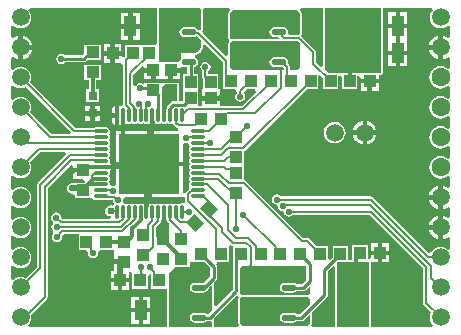
<source format=gtl>
G04*
G04 #@! TF.GenerationSoftware,Altium Limited,Altium Designer,18.0.11 (651)*
G04*
G04 Layer_Physical_Order=1*
G04 Layer_Color=255*
%FSLAX25Y25*%
%MOIN*%
G70*
G01*
G75*
%ADD17R,0.04331X0.03937*%
%ADD18R,0.03937X0.04331*%
%ADD19R,0.04331X0.07087*%
G04:AMPARAMS|DCode=20|XSize=39.37mil|YSize=43.31mil|CornerRadius=0mil|HoleSize=0mil|Usage=FLASHONLY|Rotation=45.000|XOffset=0mil|YOffset=0mil|HoleType=Round|Shape=Rectangle|*
%AMROTATEDRECTD20*
4,1,4,0.00139,-0.02923,-0.02923,0.00139,-0.00139,0.02923,0.02923,-0.00139,0.00139,-0.02923,0.0*
%
%ADD20ROTATEDRECTD20*%

%ADD21R,0.03150X0.03150*%
%ADD22O,0.01378X0.04724*%
%ADD23O,0.04724X0.01378*%
%ADD24R,0.20079X0.20079*%
%ADD25O,0.04921X0.02165*%
%ADD38C,0.00800*%
%ADD39C,0.01200*%
%ADD40C,0.01000*%
%ADD41C,0.02000*%
%ADD42C,0.06299*%
%ADD43C,0.05906*%
%ADD44C,0.02200*%
%ADD45C,0.02410*%
%ADD46C,0.01968*%
%ADD47C,0.02400*%
%ADD48C,0.02800*%
G36*
X-94455Y-8568D02*
X-94778Y-9235D01*
X-99285D01*
X-99915Y-9235D01*
Y-9235D01*
X-100085D01*
Y-9235D01*
X-105222D01*
Y-12847D01*
X-105578Y-13142D01*
X-106378Y-12766D01*
Y-12750D01*
X-108597D01*
Y-15165D01*
X-106620D01*
X-106378Y-15165D01*
X-105820Y-15734D01*
Y-29184D01*
X-105900Y-29250D01*
X-106559Y-29381D01*
X-106884Y-29598D01*
X-107118Y-29441D01*
Y-32645D01*
Y-35848D01*
X-106884Y-35692D01*
X-106650Y-35848D01*
Y-32645D01*
X-105246D01*
Y-34318D01*
X-105150Y-34800D01*
Y-35848D01*
X-104682Y-35536D01*
X-104487Y-35497D01*
X-104434Y-35532D01*
X-103931Y-35632D01*
X-103428Y-35532D01*
X-103002Y-35247D01*
X-102892D01*
X-102466Y-35532D01*
X-101963Y-35632D01*
X-101460Y-35532D01*
X-101034Y-35247D01*
X-100924D01*
X-100497Y-35532D01*
X-99994Y-35632D01*
X-99492Y-35532D01*
X-99065Y-35247D01*
X-98955D01*
X-98529Y-35532D01*
X-98026Y-35632D01*
X-97523Y-35532D01*
X-97470Y-35497D01*
X-97275Y-35536D01*
X-96807Y-35848D01*
Y-34800D01*
X-96711Y-34318D01*
Y-32645D01*
X-95403D01*
Y-34318D01*
X-95307Y-34800D01*
Y-35848D01*
X-94840Y-35536D01*
X-94645Y-35497D01*
X-94592Y-35532D01*
X-94089Y-35632D01*
X-93586Y-35532D01*
X-93160Y-35247D01*
X-93050D01*
X-92623Y-35532D01*
X-92120Y-35632D01*
X-91617Y-35532D01*
X-91191Y-35247D01*
X-91081D01*
X-90655Y-35532D01*
X-90152Y-35632D01*
X-89649Y-35532D01*
X-88904Y-35742D01*
X-87918Y-36728D01*
X-87587Y-36949D01*
X-87675Y-37747D01*
X-96292D01*
Y-48037D01*
X-86002D01*
Y-42301D01*
X-85202Y-41774D01*
X-84905Y-41833D01*
X-84663Y-41785D01*
X-84134Y-41861D01*
X-83794Y-42364D01*
X-83787Y-42400D01*
X-83502Y-42826D01*
Y-42936D01*
X-83787Y-43362D01*
X-83887Y-43865D01*
X-83787Y-44368D01*
X-83502Y-44795D01*
Y-44905D01*
X-83787Y-45331D01*
X-83887Y-45834D01*
X-83787Y-46337D01*
X-83502Y-46763D01*
Y-46873D01*
X-83787Y-47299D01*
X-83887Y-47802D01*
X-83787Y-48305D01*
X-83532Y-48787D01*
X-83787Y-49268D01*
X-83887Y-49771D01*
X-83787Y-50274D01*
X-83532Y-50755D01*
X-83787Y-51236D01*
X-83887Y-51739D01*
X-83787Y-52242D01*
X-83502Y-52669D01*
Y-52779D01*
X-83787Y-53205D01*
X-83887Y-53708D01*
X-83787Y-54211D01*
X-83502Y-54637D01*
Y-54747D01*
X-83787Y-55173D01*
X-83887Y-55676D01*
X-83787Y-56179D01*
X-83786Y-56181D01*
X-83823Y-56996D01*
X-83993Y-57202D01*
X-84983Y-58193D01*
X-85204Y-58523D01*
X-86002Y-58436D01*
Y-49537D01*
X-96292D01*
Y-59826D01*
X-86002D01*
Y-59826D01*
X-85282Y-60018D01*
Y-61174D01*
X-85237Y-61396D01*
X-85496Y-61748D01*
X-85538Y-61788D01*
X-85868Y-62010D01*
X-86215Y-61941D01*
X-86718Y-62041D01*
X-87144Y-62326D01*
X-87254D01*
X-87680Y-62041D01*
X-88183Y-61941D01*
X-88686Y-62041D01*
X-89113Y-62326D01*
X-89223D01*
X-89649Y-62041D01*
X-90152Y-61941D01*
X-90655Y-62041D01*
X-91081Y-62326D01*
X-91191D01*
X-91617Y-62041D01*
X-92120Y-61941D01*
X-92623Y-62041D01*
X-93050Y-62326D01*
X-93160D01*
X-93586Y-62041D01*
X-94089Y-61941D01*
X-94592Y-62041D01*
X-95018Y-62326D01*
X-95128D01*
X-95555Y-62041D01*
X-96057Y-61941D01*
X-96560Y-62041D01*
X-96613Y-62076D01*
X-96808Y-62037D01*
X-97276Y-61725D01*
Y-62773D01*
X-97372Y-63255D01*
Y-64928D01*
X-98680D01*
Y-63255D01*
X-98776Y-62773D01*
Y-61725D01*
X-99244Y-62037D01*
X-99439Y-62076D01*
X-99492Y-62041D01*
X-99994Y-61941D01*
X-100497Y-62041D01*
X-100924Y-62326D01*
X-101034D01*
X-101460Y-62041D01*
X-101963Y-61941D01*
X-102466Y-62041D01*
X-102892Y-62326D01*
X-103002D01*
X-103428Y-62041D01*
X-103931Y-61941D01*
X-104434Y-62041D01*
X-104861Y-62326D01*
X-104971D01*
X-105397Y-62041D01*
X-105874Y-61396D01*
X-105865Y-61194D01*
X-105767Y-60700D01*
X-105781Y-60626D01*
X-105150Y-59826D01*
X-97792D01*
Y-49537D01*
X-108081D01*
Y-55681D01*
X-108881Y-56150D01*
X-109300Y-56067D01*
X-109464Y-56099D01*
X-110154Y-55701D01*
X-110231Y-55498D01*
X-110296Y-55173D01*
X-110552Y-54692D01*
X-110296Y-54211D01*
X-110196Y-53708D01*
X-110296Y-53205D01*
X-110581Y-52779D01*
Y-52669D01*
X-110296Y-52242D01*
X-110196Y-51739D01*
X-110296Y-51236D01*
X-110331Y-51184D01*
X-110292Y-50989D01*
X-109980Y-50521D01*
X-111028D01*
X-111510Y-50425D01*
X-113183D01*
Y-49117D01*
X-111510D01*
X-111028Y-49021D01*
X-109980D01*
X-110292Y-48553D01*
X-110331Y-48358D01*
X-110296Y-48305D01*
X-110196Y-47802D01*
X-110296Y-47299D01*
X-110581Y-46873D01*
Y-46763D01*
X-110296Y-46337D01*
X-110196Y-45834D01*
X-110296Y-45331D01*
X-110552Y-44850D01*
X-110296Y-44368D01*
X-110196Y-43865D01*
X-110296Y-43362D01*
X-110581Y-42936D01*
Y-42826D01*
X-110296Y-42400D01*
X-110196Y-41897D01*
X-110296Y-41394D01*
X-110552Y-40913D01*
X-110296Y-40431D01*
X-110196Y-39928D01*
X-110296Y-39425D01*
X-110581Y-38999D01*
Y-38889D01*
X-110296Y-38463D01*
X-110196Y-37960D01*
X-110296Y-37457D01*
X-110581Y-37031D01*
X-111007Y-36746D01*
X-111510Y-36646D01*
X-114857D01*
X-115359Y-36746D01*
X-115651Y-36940D01*
X-121618D01*
X-136858Y-21700D01*
X-136539Y-20927D01*
X-136417Y-20000D01*
X-136539Y-19073D01*
X-136897Y-18208D01*
X-137466Y-17466D01*
X-138208Y-16897D01*
X-139073Y-16539D01*
X-140000Y-16417D01*
X-140927Y-16539D01*
X-141792Y-16897D01*
X-142391Y-17356D01*
X-142903Y-17208D01*
X-143191Y-17008D01*
Y-13543D01*
X-142391Y-13148D01*
X-141993Y-13453D01*
X-141032Y-13851D01*
X-140750Y-13888D01*
Y-10000D01*
Y-6112D01*
X-141032Y-6149D01*
X-141993Y-6547D01*
X-142391Y-6852D01*
X-143191Y-6458D01*
Y-2992D01*
X-142903Y-2792D01*
X-142391Y-2644D01*
X-141792Y-3103D01*
X-140927Y-3461D01*
X-140000Y-3583D01*
X-139073Y-3461D01*
X-138208Y-3103D01*
X-137466Y-2534D01*
X-136897Y-1792D01*
X-136539Y-927D01*
X-136417Y0D01*
X-136539Y927D01*
X-136897Y1792D01*
X-137356Y2390D01*
X-137208Y2904D01*
X-137008Y3190D01*
X-94455D01*
Y-8568D01*
D02*
G37*
G36*
X-79828Y2837D02*
X-79828Y-3995D01*
X-80328Y-4245D01*
X-80457Y-4158D01*
X-80847Y-4080D01*
X-81084D01*
X-81347Y-3687D01*
X-81903Y-3315D01*
X-82560Y-3184D01*
X-85316D01*
X-85972Y-3315D01*
X-86529Y-3687D01*
X-86901Y-4243D01*
X-87031Y-4900D01*
X-86901Y-5557D01*
X-86529Y-6113D01*
X-85972Y-6485D01*
X-85316Y-6616D01*
X-82560D01*
X-81903Y-6485D01*
X-81356Y-6120D01*
X-81270D01*
X-79828Y-7562D01*
X-79828Y-9222D01*
X-79828Y-9222D01*
X-79828Y-9486D01*
X-79931Y-10003D01*
X-80133Y-10491D01*
X-80426Y-10929D01*
X-80799Y-11302D01*
X-81237Y-11595D01*
X-81724Y-11797D01*
X-82242Y-11900D01*
X-86506D01*
Y-13671D01*
X-86529Y-13687D01*
X-86901Y-14243D01*
X-87031Y-14900D01*
X-93805D01*
Y3190D01*
X-80181D01*
X-79828Y2837D01*
D02*
G37*
G36*
X-47905Y2400D02*
X-46905Y1400D01*
Y-5349D01*
X-47300Y-5780D01*
X-50569D01*
X-50920Y-5280D01*
X-50844Y-4900D01*
X-50975Y-4243D01*
X-51347Y-3687D01*
X-51903Y-3315D01*
X-52560Y-3184D01*
X-55316D01*
X-55972Y-3315D01*
X-56529Y-3687D01*
X-56901Y-4243D01*
X-57031Y-4900D01*
X-56901Y-5557D01*
X-56529Y-6113D01*
X-55972Y-6485D01*
X-55316Y-6616D01*
X-54032D01*
X-53976Y-6700D01*
X-54243Y-7200D01*
X-69705Y-7200D01*
X-70205Y-6700D01*
X-70205Y1519D01*
X-69324Y2400D01*
X-47905Y2400D01*
D02*
G37*
G36*
X-2792Y2904D02*
X-2644Y2390D01*
X-3103Y1792D01*
X-3461Y927D01*
X-3583Y0D01*
X-3461Y-927D01*
X-3103Y-1792D01*
X-2534Y-2534D01*
X-1792Y-3103D01*
X-927Y-3461D01*
X0Y-3583D01*
X927Y-3461D01*
X1792Y-3103D01*
X2390Y-2644D01*
X2904Y-2792D01*
X3190Y-2992D01*
Y-6457D01*
X2390Y-6852D01*
X1993Y-6547D01*
X1032Y-6149D01*
X750Y-6112D01*
Y-10000D01*
Y-13888D01*
X1032Y-13851D01*
X1993Y-13453D01*
X2390Y-13148D01*
X3190Y-13543D01*
Y-16742D01*
X2390Y-17108D01*
X1891Y-16725D01*
X979Y-16347D01*
X0Y-16218D01*
X-979Y-16347D01*
X-1891Y-16725D01*
X-2674Y-17326D01*
X-3275Y-18109D01*
X-3653Y-19021D01*
X-3782Y-20000D01*
X-3653Y-20979D01*
X-3275Y-21891D01*
X-2674Y-22674D01*
X-1891Y-23275D01*
X-979Y-23653D01*
X0Y-23782D01*
X979Y-23653D01*
X1891Y-23275D01*
X2390Y-22892D01*
X3190Y-23258D01*
X3190Y-26742D01*
X2390Y-27108D01*
X1891Y-26725D01*
X979Y-26347D01*
X0Y-26218D01*
X-979Y-26347D01*
X-1891Y-26725D01*
X-2674Y-27326D01*
X-3275Y-28109D01*
X-3653Y-29021D01*
X-3782Y-30000D01*
X-3653Y-30979D01*
X-3275Y-31891D01*
X-2674Y-32674D01*
X-1891Y-33275D01*
X-979Y-33653D01*
X0Y-33782D01*
X979Y-33653D01*
X1891Y-33275D01*
X2390Y-32892D01*
X3190Y-33258D01*
Y-36742D01*
X2390Y-37108D01*
X1891Y-36725D01*
X979Y-36347D01*
X0Y-36218D01*
X-979Y-36347D01*
X-1891Y-36725D01*
X-2674Y-37326D01*
X-3275Y-38109D01*
X-3653Y-39021D01*
X-3782Y-40000D01*
X-3653Y-40979D01*
X-3275Y-41891D01*
X-2674Y-42674D01*
X-1891Y-43275D01*
X-979Y-43653D01*
X0Y-43782D01*
X979Y-43653D01*
X1891Y-43275D01*
X2390Y-42892D01*
X3190Y-43258D01*
Y-46742D01*
X2390Y-47108D01*
X1891Y-46725D01*
X979Y-46347D01*
X0Y-46218D01*
X-979Y-46347D01*
X-1891Y-46725D01*
X-2674Y-47326D01*
X-3275Y-48109D01*
X-3653Y-49021D01*
X-3782Y-50000D01*
X-3653Y-50979D01*
X-3275Y-51891D01*
X-2674Y-52674D01*
X-1891Y-53275D01*
X-979Y-53653D01*
X0Y-53782D01*
X979Y-53653D01*
X1891Y-53275D01*
X2390Y-52892D01*
X3190Y-53258D01*
Y-56457D01*
X2390Y-56852D01*
X1993Y-56547D01*
X1032Y-56149D01*
X750Y-56112D01*
Y-60000D01*
Y-63888D01*
X1032Y-63851D01*
X1993Y-63453D01*
X2390Y-63148D01*
X3190Y-63543D01*
Y-66457D01*
X2390Y-66852D01*
X1993Y-66547D01*
X1032Y-66149D01*
X750Y-66112D01*
Y-70000D01*
Y-73888D01*
X1032Y-73851D01*
X1993Y-73453D01*
X2390Y-73148D01*
X3190Y-73543D01*
X3190Y-77008D01*
X2904Y-77208D01*
X2390Y-77356D01*
X1792Y-76897D01*
X927Y-76539D01*
X0Y-76417D01*
X-927Y-76539D01*
X-1792Y-76897D01*
X-2534Y-77466D01*
X-3103Y-78208D01*
X-3149Y-78318D01*
X-4092Y-78506D01*
X-22619Y-59979D01*
X-22950Y-59758D01*
X-23340Y-59680D01*
X-53137D01*
X-53274Y-59474D01*
X-53837Y-59099D01*
X-54500Y-58967D01*
X-55163Y-59099D01*
X-55726Y-59474D01*
X-56101Y-60037D01*
X-56233Y-60700D01*
X-56101Y-61363D01*
X-55726Y-61926D01*
X-55163Y-62301D01*
X-55054Y-62323D01*
X-54333Y-62800D01*
X-54201Y-63463D01*
X-53826Y-64026D01*
X-53263Y-64401D01*
X-52600Y-64533D01*
X-52123Y-65254D01*
X-52101Y-65363D01*
X-51726Y-65926D01*
X-51163Y-66301D01*
X-50500Y-66433D01*
X-49837Y-66301D01*
X-49274Y-65926D01*
X-49137Y-65720D01*
X-23722D01*
X-5788Y-83654D01*
Y-95232D01*
X-5710Y-95622D01*
X-5489Y-95953D01*
X-3142Y-98300D01*
X-3461Y-99073D01*
X-3583Y-100000D01*
X-3461Y-100927D01*
X-3103Y-101792D01*
X-2644Y-102390D01*
X-2792Y-102904D01*
X-2992Y-103190D01*
X-23251D01*
Y-82431D01*
X-23168Y-81665D01*
X-22730Y-81665D01*
X-20950D01*
Y-79250D01*
X-23168D01*
Y-79847D01*
X-23940Y-80357D01*
X-24324Y-80168D01*
Y-75735D01*
X-29461D01*
Y-79750D01*
X-29485Y-79869D01*
Y-80851D01*
X-30882D01*
Y-76035D01*
X-36018D01*
Y-79979D01*
X-36835Y-80796D01*
X-37574Y-80490D01*
Y-76035D01*
X-41429D01*
X-43785Y-73679D01*
X-44115Y-73458D01*
X-44506Y-73380D01*
X-45878D01*
X-64779Y-54479D01*
X-65110Y-54258D01*
X-65500Y-54180D01*
X-65535D01*
Y-50015D01*
X-65535Y-49385D01*
X-65535D01*
Y-49215D01*
X-65535D01*
Y-44640D01*
X-65434Y-44620D01*
X-65104Y-44399D01*
X-44670Y-23965D01*
X-40778D01*
Y-19563D01*
X-40039Y-19257D01*
X-39222Y-20073D01*
Y-23965D01*
X-34085D01*
Y-19622D01*
X-33608Y-19457D01*
X-32915Y-20005D01*
Y-23965D01*
X-27778D01*
Y-19656D01*
X-27329Y-19489D01*
X-26622Y-20037D01*
Y-20450D01*
X-20685D01*
Y-19149D01*
X-19768Y-19149D01*
X-19309Y-18959D01*
X-19119Y-18500D01*
Y3190D01*
X-2992D01*
X-2792Y2904D01*
D02*
G37*
G36*
X-52038Y-7820D02*
X-47722D01*
X-46905Y-8636D01*
Y-16600D01*
X-47905Y-17600D01*
X-50280Y-17600D01*
Y-16403D01*
X-50358Y-16013D01*
X-50579Y-15682D01*
X-50930Y-15331D01*
X-50844Y-14900D01*
X-50975Y-14243D01*
X-51347Y-13687D01*
X-51903Y-13315D01*
X-52560Y-13184D01*
X-55316D01*
X-55972Y-13315D01*
X-56529Y-13687D01*
X-56901Y-14243D01*
X-57031Y-14900D01*
X-56901Y-15556D01*
X-56529Y-16113D01*
X-55972Y-16485D01*
X-55316Y-16616D01*
X-52560D01*
X-52320Y-17023D01*
Y-17600D01*
X-69305Y-17600D01*
X-70205Y-16700D01*
X-70205Y-8482D01*
X-69573Y-7849D01*
X-54243Y-7849D01*
X-54152Y-7812D01*
X-54054Y-7822D01*
X-54028Y-7800D01*
X-52136D01*
X-52038Y-7820D01*
D02*
G37*
G36*
X-70252Y2390D02*
X-70665Y1978D01*
X-70855Y1519D01*
X-70855Y-6700D01*
X-70855Y-6700D01*
X-70855Y-6700D01*
X-70764Y-6920D01*
X-70665Y-7159D01*
X-70633Y-7347D01*
X-70633Y-7991D01*
X-70665Y-8022D01*
X-70855Y-8482D01*
X-70855Y-12605D01*
X-71594Y-12912D01*
X-79272Y-5234D01*
X-79369Y-4454D01*
X-79311Y-4314D01*
X-79212Y-4200D01*
X-79219Y-4093D01*
X-79178Y-3995D01*
X-79178Y2837D01*
X-78525Y3190D01*
X-70583D01*
X-70252Y2390D01*
D02*
G37*
G36*
X-39050Y2103D02*
X-39024Y2042D01*
X-39037Y1976D01*
X-39022Y1900D01*
X-39037Y1824D01*
X-39024Y1758D01*
X-39050Y1697D01*
X-39050Y-16231D01*
X-39850Y-16562D01*
X-41480Y-14931D01*
Y-11600D01*
X-41558Y-11210D01*
X-41779Y-10879D01*
X-46579Y-6079D01*
X-46592Y-5969D01*
X-46426Y-5787D01*
X-46346Y-5566D01*
X-46256Y-5349D01*
Y1400D01*
X-46446Y1859D01*
X-46977Y2390D01*
X-46646Y3190D01*
X-39050D01*
Y2103D01*
D02*
G37*
G36*
X-19768Y-18500D02*
X-21020Y-18500D01*
X-21085Y-18435D01*
Y-18435D01*
X-26222D01*
Y-18500D01*
X-34020Y-18500D01*
X-34085Y-18435D01*
Y-18435D01*
X-37066D01*
X-38400Y-17100D01*
X-38400Y1697D01*
X-38360Y1900D01*
X-38400Y2103D01*
Y3190D01*
X-19768D01*
Y-18500D01*
D02*
G37*
G36*
X-98865Y-16615D02*
Y-16904D01*
X-95700D01*
Y-17654D01*
X-94950D01*
Y-20622D01*
X-90750D01*
Y-17653D01*
X-90000D01*
Y-16903D01*
X-86835D01*
Y-16871D01*
X-86035Y-16443D01*
X-85972Y-16485D01*
X-85316Y-16616D01*
X-84468D01*
Y-18735D01*
X-85915D01*
Y-24235D01*
X-85915D01*
Y-27901D01*
X-87250D01*
X-87251Y-27900D01*
Y-26915D01*
X-87235D01*
Y-21778D01*
X-92135D01*
X-92765Y-21778D01*
Y-21778D01*
X-92935D01*
Y-21778D01*
X-98465D01*
X-98465Y-21778D01*
X-99265Y-22113D01*
X-99437Y-21999D01*
X-100100Y-21867D01*
X-100763Y-21999D01*
X-101326Y-22374D01*
X-101580Y-22756D01*
X-102380Y-22562D01*
Y-19084D01*
X-99604Y-16309D01*
X-98865Y-16615D01*
D02*
G37*
G36*
X-87900Y-23000D02*
Y-27900D01*
X-87901Y-27901D01*
X-89023D01*
X-89023Y-27901D01*
X-89452Y-27986D01*
X-89816Y-28230D01*
X-89816Y-28230D01*
X-90925Y-29339D01*
X-91168Y-29703D01*
X-91254Y-30132D01*
X-91254Y-30132D01*
Y-30301D01*
X-91366Y-30469D01*
X-91466Y-30972D01*
Y-31991D01*
X-92120Y-32645D01*
X-92655D01*
X-92775Y-32525D01*
Y-30972D01*
X-92875Y-30469D01*
X-92967Y-30330D01*
Y-26915D01*
X-92935D01*
Y-23335D01*
X-92100Y-22500D01*
X-88400D01*
X-87900Y-23000D01*
D02*
G37*
G36*
X-72525Y-14864D02*
Y-18435D01*
X-72582D01*
Y-23965D01*
X-68404D01*
X-68067Y-24339D01*
X-67994Y-25174D01*
X-68370Y-25737D01*
X-68502Y-26400D01*
X-68370Y-27063D01*
X-67994Y-27626D01*
X-67432Y-28001D01*
X-66768Y-28133D01*
X-66105Y-28001D01*
X-65543Y-27626D01*
X-65167Y-27063D01*
X-65035Y-26400D01*
X-65167Y-25737D01*
X-65543Y-25174D01*
X-65570Y-24892D01*
X-64644Y-23965D01*
X-61822D01*
X-61490Y-24765D01*
X-66305Y-29580D01*
X-73685D01*
Y-27750D01*
X-76653D01*
X-79622D01*
Y-29580D01*
X-80778D01*
Y-24265D01*
X-80778D01*
Y-18735D01*
X-82225D01*
Y-16549D01*
X-81903Y-16485D01*
X-81347Y-16113D01*
X-80975Y-15556D01*
X-80844Y-14900D01*
X-80975Y-14243D01*
X-81347Y-13687D01*
X-81903Y-13315D01*
X-81914Y-13313D01*
Y-12497D01*
X-81598Y-12434D01*
X-81542Y-12397D01*
X-81476D01*
X-80989Y-12195D01*
X-80941Y-12148D01*
X-80876Y-12135D01*
X-80438Y-11842D01*
X-80401Y-11787D01*
X-80339Y-11761D01*
X-79966Y-11389D01*
X-79941Y-11327D01*
X-79886Y-11290D01*
X-79593Y-10852D01*
X-79580Y-10786D01*
X-79532Y-10739D01*
X-79331Y-10252D01*
Y-10185D01*
X-79294Y-10130D01*
X-79191Y-9613D01*
X-79204Y-9548D01*
X-79178Y-9486D01*
X-79178Y-9342D01*
X-78855Y-9103D01*
X-78439Y-8950D01*
X-72525Y-14864D01*
D02*
G37*
G36*
X-141792Y-23103D02*
X-140927Y-23461D01*
X-140000Y-23583D01*
X-139073Y-23461D01*
X-138300Y-23142D01*
X-123333Y-38109D01*
X-123665Y-38909D01*
X-129649D01*
X-136858Y-31700D01*
X-136539Y-30927D01*
X-136417Y-30000D01*
X-136539Y-29073D01*
X-136897Y-28208D01*
X-137466Y-27466D01*
X-138208Y-26897D01*
X-139073Y-26539D01*
X-140000Y-26417D01*
X-140927Y-26539D01*
X-141792Y-26897D01*
X-142391Y-27356D01*
X-142903Y-27208D01*
X-143191Y-27008D01*
Y-22992D01*
X-142903Y-22792D01*
X-142391Y-22644D01*
X-141792Y-23103D01*
D02*
G37*
G36*
X-124707Y-45685D02*
X-134281Y-55259D01*
X-134502Y-55590D01*
X-134580Y-55980D01*
Y-83138D01*
X-138300Y-86858D01*
X-139073Y-86539D01*
X-140000Y-86417D01*
X-140927Y-86539D01*
X-141792Y-86897D01*
X-142391Y-87356D01*
X-142903Y-87208D01*
X-143191Y-87008D01*
Y-82992D01*
X-142903Y-82792D01*
X-142391Y-82644D01*
X-141792Y-83103D01*
X-140927Y-83461D01*
X-140000Y-83583D01*
X-139073Y-83461D01*
X-138208Y-83103D01*
X-137466Y-82534D01*
X-136897Y-81792D01*
X-136539Y-80927D01*
X-136417Y-80000D01*
X-136539Y-79073D01*
X-136897Y-78208D01*
X-137466Y-77466D01*
X-138208Y-76897D01*
X-139073Y-76539D01*
X-140000Y-76417D01*
X-140927Y-76539D01*
X-141792Y-76897D01*
X-142391Y-77356D01*
X-142903Y-77208D01*
X-143191Y-77008D01*
Y-72992D01*
X-142903Y-72792D01*
X-142391Y-72644D01*
X-141792Y-73103D01*
X-140927Y-73461D01*
X-140000Y-73583D01*
X-139073Y-73461D01*
X-138208Y-73103D01*
X-137466Y-72534D01*
X-136897Y-71792D01*
X-136539Y-70927D01*
X-136417Y-70000D01*
X-136539Y-69073D01*
X-136897Y-68208D01*
X-137466Y-67466D01*
X-138208Y-66897D01*
X-139073Y-66539D01*
X-140000Y-66417D01*
X-140927Y-66539D01*
X-141792Y-66897D01*
X-142391Y-67356D01*
X-142903Y-67208D01*
X-143191Y-67008D01*
Y-62992D01*
X-142903Y-62792D01*
X-142391Y-62644D01*
X-141792Y-63103D01*
X-140927Y-63461D01*
X-140000Y-63583D01*
X-139073Y-63461D01*
X-138208Y-63103D01*
X-137466Y-62534D01*
X-136897Y-61792D01*
X-136539Y-60927D01*
X-136417Y-60000D01*
X-136539Y-59073D01*
X-136897Y-58208D01*
X-137466Y-57466D01*
X-138208Y-56897D01*
X-139073Y-56539D01*
X-140000Y-56417D01*
X-140927Y-56539D01*
X-141792Y-56897D01*
X-142391Y-57356D01*
X-142903Y-57208D01*
X-143191Y-57008D01*
Y-52992D01*
X-142903Y-52792D01*
X-142391Y-52644D01*
X-141792Y-53103D01*
X-140927Y-53461D01*
X-140000Y-53583D01*
X-139073Y-53461D01*
X-138208Y-53103D01*
X-137466Y-52534D01*
X-136897Y-51792D01*
X-136539Y-50927D01*
X-136417Y-50000D01*
X-136539Y-49073D01*
X-136858Y-48300D01*
X-133443Y-44885D01*
X-125038D01*
X-124707Y-45685D01*
D02*
G37*
G36*
X-122391Y-49364D02*
Y-50182D01*
X-119226D01*
Y-51682D01*
X-122391D01*
Y-53900D01*
X-119050D01*
X-118660Y-54700D01*
X-118937Y-55056D01*
X-121991D01*
Y-55056D01*
X-122791Y-55269D01*
X-122800Y-55267D01*
X-123463Y-55399D01*
X-124026Y-55774D01*
X-124401Y-56337D01*
X-124533Y-57000D01*
X-124401Y-57663D01*
X-124026Y-58226D01*
X-123463Y-58601D01*
X-122800Y-58733D01*
X-122791Y-58732D01*
X-121991Y-59322D01*
Y-60193D01*
X-116460Y-60193D01*
X-115798Y-60525D01*
X-115786Y-60543D01*
X-115359Y-60827D01*
X-114857Y-60927D01*
X-111510D01*
X-111470Y-60920D01*
X-109190D01*
X-109101Y-61363D01*
X-108726Y-61926D01*
X-108788Y-62077D01*
X-109296Y-62700D01*
X-110000Y-62560D01*
X-110704Y-62700D01*
X-111301Y-63099D01*
X-111700Y-63696D01*
X-111840Y-64400D01*
X-111700Y-65104D01*
X-111301Y-65701D01*
X-110704Y-66100D01*
X-110000Y-66240D01*
X-109942Y-66496D01*
X-110592Y-67271D01*
X-125773D01*
X-126367Y-66700D01*
X-126499Y-66037D01*
X-126874Y-65474D01*
X-127437Y-65099D01*
X-128100Y-64967D01*
X-128763Y-65099D01*
X-129326Y-65474D01*
X-129701Y-66037D01*
X-129833Y-66700D01*
X-129701Y-67363D01*
X-129326Y-67926D01*
X-129226Y-68774D01*
X-129601Y-69337D01*
X-129733Y-70000D01*
X-129601Y-70663D01*
X-129226Y-71226D01*
X-129301Y-72137D01*
X-129501Y-72437D01*
X-129633Y-73100D01*
X-129501Y-73763D01*
X-129126Y-74326D01*
X-128563Y-74701D01*
X-127900Y-74833D01*
X-127237Y-74701D01*
X-126674Y-74326D01*
X-126299Y-73763D01*
X-126167Y-73100D01*
X-126215Y-72857D01*
X-125678Y-72320D01*
X-120615D01*
Y-77669D01*
X-118175D01*
X-117607Y-78469D01*
X-117633Y-78600D01*
X-117501Y-79263D01*
X-117126Y-79826D01*
X-116563Y-80201D01*
X-115900Y-80333D01*
X-115237Y-80201D01*
X-114674Y-79826D01*
X-114299Y-79263D01*
X-114167Y-78600D01*
X-114217Y-78347D01*
X-113588Y-77669D01*
X-108890D01*
X-108799Y-78431D01*
X-108799Y-78469D01*
Y-80650D01*
X-105633D01*
Y-82150D01*
X-108799D01*
X-108799Y-84368D01*
X-109571Y-84435D01*
X-109815D01*
Y-86850D01*
X-103878D01*
X-103878Y-84874D01*
X-103433Y-84700D01*
X-102891Y-85057D01*
X-102722Y-85222D01*
Y-90365D01*
X-97585D01*
Y-86139D01*
X-96830Y-85404D01*
X-96605Y-85410D01*
X-96434Y-85572D01*
Y-86032D01*
X-96415Y-86130D01*
Y-90365D01*
X-91278D01*
X-91155Y-91114D01*
Y-103190D01*
X-137008D01*
X-137208Y-102904D01*
X-137356Y-102390D01*
X-136897Y-101792D01*
X-136539Y-100927D01*
X-136417Y-100000D01*
X-136514Y-99256D01*
X-131279Y-94021D01*
X-131058Y-93690D01*
X-130980Y-93300D01*
Y-56822D01*
X-123191Y-49033D01*
X-122391Y-49364D01*
D02*
G37*
G36*
X-91466Y-65583D02*
Y-66602D01*
X-91366Y-67104D01*
X-91171Y-67396D01*
Y-67454D01*
X-91094Y-67844D01*
X-90873Y-68175D01*
X-90400Y-68647D01*
Y-73000D01*
X-90500Y-73100D01*
X-94700D01*
Y-69842D01*
X-93368Y-68510D01*
X-93147Y-68179D01*
X-93069Y-67789D01*
Y-67396D01*
X-92875Y-67104D01*
X-92775Y-66602D01*
Y-65583D01*
X-92120Y-64928D01*
X-91466Y-65583D01*
D02*
G37*
G36*
X-76722Y-83557D02*
Y-86235D01*
X-78902Y-88416D01*
X-79060Y-88384D01*
X-81816D01*
X-82472Y-88515D01*
X-83029Y-88887D01*
X-83401Y-89443D01*
X-83531Y-90100D01*
X-83401Y-90757D01*
X-83029Y-91313D01*
X-82472Y-91685D01*
X-81816Y-91816D01*
X-79060D01*
X-78403Y-91685D01*
X-77847Y-91313D01*
X-77475Y-90757D01*
X-77344Y-90100D01*
X-77356Y-90042D01*
X-76567Y-89254D01*
X-76105Y-89445D01*
Y-97619D01*
X-77339Y-98853D01*
X-77847Y-98887D01*
X-78403Y-98515D01*
X-79060Y-98384D01*
X-81816D01*
X-82472Y-98515D01*
X-83029Y-98887D01*
X-83401Y-99444D01*
X-83531Y-100100D01*
X-83401Y-100757D01*
X-83029Y-101313D01*
X-82472Y-101685D01*
X-81816Y-101816D01*
X-79060D01*
X-78403Y-101685D01*
X-77847Y-101313D01*
X-77785Y-101222D01*
X-77000D01*
X-77000Y-101222D01*
X-76605Y-101143D01*
X-76556Y-101145D01*
X-76105Y-101427D01*
Y-103190D01*
X-90505D01*
Y-85105D01*
X-88516Y-83115D01*
X-83635D01*
Y-81615D01*
X-78664D01*
X-76722Y-83557D01*
D02*
G37*
G36*
X-44722Y-82800D02*
Y-87431D01*
X-46270Y-88978D01*
X-47785D01*
X-47847Y-88887D01*
X-48403Y-88515D01*
X-49060Y-88384D01*
X-51816D01*
X-52472Y-88515D01*
X-53029Y-88887D01*
X-53401Y-89443D01*
X-53531Y-90100D01*
X-53401Y-90757D01*
X-53029Y-91313D01*
X-52472Y-91685D01*
X-51816Y-91816D01*
X-49060D01*
X-48403Y-91685D01*
X-47847Y-91313D01*
X-47785Y-91222D01*
X-45806D01*
X-45805Y-91222D01*
X-45376Y-91136D01*
X-45013Y-90893D01*
X-43867Y-89748D01*
X-43406Y-89939D01*
Y-91800D01*
X-44006Y-92400D01*
X-66206Y-92400D01*
X-66706Y-91900D01*
X-66705Y-83681D01*
X-65824Y-82800D01*
X-44722Y-82800D01*
D02*
G37*
G36*
X-69821Y-75821D02*
X-69490Y-76042D01*
X-69211Y-76097D01*
Y-80184D01*
X-69227Y-80263D01*
X-69227Y-80263D01*
Y-90741D01*
X-74717Y-96231D01*
X-75456Y-95925D01*
Y-89445D01*
X-75506Y-89326D01*
Y-89196D01*
X-75597Y-89105D01*
X-75646Y-88986D01*
X-75511Y-88197D01*
X-74807Y-87493D01*
X-74807Y-87493D01*
X-74564Y-87129D01*
X-74478Y-86700D01*
Y-83093D01*
X-74478Y-83093D01*
X-74564Y-82664D01*
X-74763Y-82365D01*
X-74671Y-81972D01*
X-74503Y-81565D01*
X-70631D01*
Y-76142D01*
X-69990Y-75652D01*
X-69821Y-75821D01*
D02*
G37*
G36*
X-43406Y-93800D02*
Y-95514D01*
X-46870Y-98978D01*
X-47785D01*
X-47847Y-98887D01*
X-48403Y-98515D01*
X-49060Y-98384D01*
X-51816D01*
X-52472Y-98515D01*
X-53029Y-98887D01*
X-53401Y-99443D01*
X-53531Y-100100D01*
X-53401Y-100757D01*
X-53029Y-101313D01*
X-52472Y-101685D01*
X-51816Y-101816D01*
X-49060D01*
X-48403Y-101685D01*
X-47847Y-101313D01*
X-47785Y-101222D01*
X-46406D01*
X-46406Y-101222D01*
X-45976Y-101136D01*
X-45612Y-100893D01*
X-43867Y-99148D01*
X-43406Y-99339D01*
Y-101800D01*
X-44405Y-102800D01*
X-65806Y-102800D01*
X-66706Y-101900D01*
X-66705Y-93682D01*
X-66124Y-93100D01*
X-44105D01*
X-43406Y-93800D01*
D02*
G37*
G36*
X-23900Y-103190D02*
X-34412D01*
Y-81565D01*
X-30882D01*
Y-81500D01*
X-23900D01*
Y-103190D01*
D02*
G37*
G36*
X-35061Y-83239D02*
Y-103190D01*
X-42832D01*
X-43138Y-102451D01*
X-42946Y-102259D01*
X-42756Y-101800D01*
Y-99339D01*
X-42805Y-99220D01*
Y-99091D01*
X-42897Y-99000D01*
X-42946Y-98880D01*
X-42811Y-98092D01*
X-37907Y-93188D01*
X-37907Y-93187D01*
X-37664Y-92824D01*
X-37578Y-92395D01*
X-37578Y-92394D01*
Y-84711D01*
X-35800Y-82933D01*
X-35061Y-83239D01*
D02*
G37*
G36*
X-67916Y-92620D02*
X-67169Y-93165D01*
X-67165Y-93222D01*
X-67355Y-93682D01*
X-67355Y-101900D01*
X-67355Y-101900D01*
X-67355Y-101900D01*
X-67273Y-102098D01*
X-67165Y-102359D01*
X-67165Y-102359D01*
X-67165Y-102359D01*
X-67073Y-102451D01*
X-67379Y-103190D01*
X-75456D01*
Y-101427D01*
X-75485Y-101356D01*
X-75473Y-101280D01*
X-75577Y-101134D01*
X-75646Y-100967D01*
X-75513Y-100199D01*
X-67933Y-92619D01*
X-67916Y-92620D01*
D02*
G37*
%LPC*%
G36*
X-100240Y1543D02*
X-102655D01*
Y-2250D01*
X-100240D01*
Y1543D01*
D02*
G37*
G36*
X-104156D02*
X-106571D01*
Y-2250D01*
X-104156D01*
Y1543D01*
D02*
G37*
G36*
X-100240Y-3750D02*
X-102655D01*
Y-7543D01*
X-100240D01*
Y-3750D01*
D02*
G37*
G36*
X-104156D02*
X-106571D01*
Y-7543D01*
X-104156D01*
Y-3750D01*
D02*
G37*
G36*
X-139250Y-6112D02*
Y-9250D01*
X-136112D01*
X-136149Y-8968D01*
X-136547Y-8007D01*
X-137181Y-7181D01*
X-138007Y-6547D01*
X-138968Y-6149D01*
X-139250Y-6112D01*
D02*
G37*
G36*
X-106378Y-8835D02*
X-108597D01*
Y-11250D01*
X-106378D01*
Y-8835D01*
D02*
G37*
G36*
X-110097D02*
X-112315D01*
Y-11250D01*
X-110097D01*
Y-8835D01*
D02*
G37*
G36*
X-113235Y-9085D02*
X-118765D01*
Y-11979D01*
X-119465Y-12678D01*
X-125105D01*
X-125174Y-12574D01*
X-125737Y-12199D01*
X-126400Y-12067D01*
X-127063Y-12199D01*
X-127626Y-12574D01*
X-128001Y-13137D01*
X-128133Y-13800D01*
X-128001Y-14463D01*
X-127626Y-15026D01*
X-127063Y-15401D01*
X-126400Y-15533D01*
X-125737Y-15401D01*
X-125174Y-15026D01*
X-125105Y-14921D01*
X-119000D01*
X-119000Y-14922D01*
X-118571Y-14836D01*
X-118207Y-14593D01*
X-117836Y-14222D01*
X-113235D01*
Y-9085D01*
D02*
G37*
G36*
X-136112Y-10750D02*
X-139250D01*
Y-13888D01*
X-138968Y-13851D01*
X-138007Y-13453D01*
X-137181Y-12819D01*
X-136547Y-11993D01*
X-136149Y-11032D01*
X-136112Y-10750D01*
D02*
G37*
G36*
X-110097Y-12750D02*
X-112315D01*
Y-15165D01*
X-110097D01*
Y-12750D01*
D02*
G37*
G36*
X-113235Y-15778D02*
X-118765D01*
Y-20915D01*
X-117224D01*
Y-23872D01*
X-118175D01*
Y-28222D01*
X-113825D01*
Y-23872D01*
X-114777D01*
Y-20915D01*
X-113235D01*
Y-15778D01*
D02*
G37*
G36*
X-113425Y-29378D02*
X-115250D01*
Y-31203D01*
X-113425D01*
Y-29378D01*
D02*
G37*
G36*
X-116750D02*
X-118575D01*
Y-31203D01*
X-116750D01*
Y-29378D01*
D02*
G37*
G36*
X-108618Y-29441D02*
X-109086Y-29754D01*
X-109459Y-30313D01*
X-109590Y-30972D01*
Y-31895D01*
X-108618D01*
Y-29441D01*
D02*
G37*
G36*
X-113425Y-32703D02*
X-115250D01*
Y-34528D01*
X-113425D01*
Y-32703D01*
D02*
G37*
G36*
X-116750D02*
X-118575D01*
Y-34528D01*
X-116750D01*
Y-32703D01*
D02*
G37*
G36*
X-108618Y-33395D02*
X-109590D01*
Y-34318D01*
X-109459Y-34977D01*
X-109086Y-35536D01*
X-108618Y-35848D01*
Y-33395D01*
D02*
G37*
G36*
X-97792Y-37747D02*
X-108081D01*
Y-48037D01*
X-97792D01*
Y-37747D01*
D02*
G37*
G36*
X-11029Y1743D02*
X-13445D01*
Y-2050D01*
X-11029D01*
Y1743D01*
D02*
G37*
G36*
X-14945D02*
X-17360D01*
Y-2050D01*
X-14945D01*
Y1743D01*
D02*
G37*
G36*
X-750Y-6112D02*
X-1032Y-6149D01*
X-1993Y-6547D01*
X-2819Y-7181D01*
X-3453Y-8007D01*
X-3851Y-8968D01*
X-3888Y-9250D01*
X-750D01*
Y-6112D01*
D02*
G37*
G36*
X-11029Y-3550D02*
X-14195D01*
X-17360D01*
Y-7343D01*
Y-11050D01*
X-14195D01*
X-11029D01*
Y-7343D01*
Y-3550D01*
D02*
G37*
G36*
X-750Y-10750D02*
X-3888D01*
X-3851Y-11032D01*
X-3453Y-11993D01*
X-2819Y-12819D01*
X-1993Y-13453D01*
X-1032Y-13851D01*
X-750Y-13888D01*
Y-10750D01*
D02*
G37*
G36*
X-11029Y-12550D02*
X-13445D01*
Y-16343D01*
X-11029D01*
Y-12550D01*
D02*
G37*
G36*
X-14945D02*
X-17360D01*
Y-16343D01*
X-14945D01*
Y-12550D01*
D02*
G37*
G36*
X-20685Y-21950D02*
X-22904D01*
Y-24365D01*
X-20685D01*
Y-21950D01*
D02*
G37*
G36*
X-24404D02*
X-26622D01*
Y-24365D01*
X-24404D01*
Y-21950D01*
D02*
G37*
G36*
X-24518Y-34512D02*
Y-37650D01*
X-21380D01*
X-21417Y-37368D01*
X-21816Y-36407D01*
X-22449Y-35581D01*
X-23275Y-34947D01*
X-24237Y-34549D01*
X-24518Y-34512D01*
D02*
G37*
G36*
X-26018D02*
X-26300Y-34549D01*
X-27262Y-34947D01*
X-28087Y-35581D01*
X-28721Y-36407D01*
X-29119Y-37368D01*
X-29157Y-37650D01*
X-26018D01*
Y-34512D01*
D02*
G37*
G36*
X-35268Y-34817D02*
X-36196Y-34939D01*
X-37060Y-35297D01*
X-37802Y-35866D01*
X-38372Y-36608D01*
X-38730Y-37473D01*
X-38852Y-38400D01*
X-38730Y-39327D01*
X-38372Y-40192D01*
X-37802Y-40934D01*
X-37060Y-41503D01*
X-36196Y-41861D01*
X-35268Y-41983D01*
X-34341Y-41861D01*
X-33477Y-41503D01*
X-32735Y-40934D01*
X-32165Y-40192D01*
X-31807Y-39327D01*
X-31685Y-38400D01*
X-31807Y-37473D01*
X-32165Y-36608D01*
X-32735Y-35866D01*
X-33477Y-35297D01*
X-34341Y-34939D01*
X-35268Y-34817D01*
D02*
G37*
G36*
X-21380Y-39150D02*
X-24518D01*
Y-42288D01*
X-24237Y-42251D01*
X-23275Y-41853D01*
X-22449Y-41219D01*
X-21816Y-40393D01*
X-21417Y-39432D01*
X-21380Y-39150D01*
D02*
G37*
G36*
X-26018D02*
X-29157D01*
X-29119Y-39432D01*
X-28721Y-40393D01*
X-28087Y-41219D01*
X-27262Y-41853D01*
X-26300Y-42251D01*
X-26018Y-42288D01*
Y-39150D01*
D02*
G37*
G36*
X-750Y-56112D02*
X-1032Y-56149D01*
X-1993Y-56547D01*
X-2819Y-57181D01*
X-3453Y-58007D01*
X-3851Y-58968D01*
X-3888Y-59250D01*
X-750D01*
Y-56112D01*
D02*
G37*
G36*
Y-60750D02*
X-3888D01*
X-3851Y-61032D01*
X-3453Y-61993D01*
X-2819Y-62819D01*
X-1993Y-63453D01*
X-1032Y-63851D01*
X-750Y-63888D01*
Y-60750D01*
D02*
G37*
G36*
Y-66112D02*
X-1032Y-66149D01*
X-1993Y-66547D01*
X-2819Y-67181D01*
X-3453Y-68007D01*
X-3851Y-68968D01*
X-3888Y-69250D01*
X-750D01*
Y-66112D01*
D02*
G37*
G36*
Y-70750D02*
X-3888D01*
X-3851Y-71032D01*
X-3453Y-71993D01*
X-2819Y-72819D01*
X-1993Y-73453D01*
X-1032Y-73851D01*
X-750Y-73888D01*
Y-70750D01*
D02*
G37*
G36*
X-17232Y-75335D02*
X-19450D01*
Y-77750D01*
X-17232D01*
Y-75335D01*
D02*
G37*
G36*
X-20950D02*
X-23168D01*
Y-77750D01*
X-20950D01*
Y-75335D01*
D02*
G37*
G36*
X-17232Y-79250D02*
X-19450D01*
Y-81665D01*
X-17232D01*
Y-79250D01*
D02*
G37*
G36*
X-86835Y-18403D02*
X-89250D01*
Y-20622D01*
X-86835D01*
Y-18403D01*
D02*
G37*
G36*
X-96450Y-18404D02*
X-98865D01*
Y-20622D01*
X-96450D01*
Y-18404D01*
D02*
G37*
G36*
X-78405Y-14867D02*
X-79069Y-14999D01*
X-79631Y-15374D01*
X-80007Y-15937D01*
X-80139Y-16600D01*
X-80007Y-17263D01*
X-79631Y-17826D01*
X-79425Y-17963D01*
Y-19748D01*
X-79347Y-20138D01*
X-79222Y-20326D01*
Y-23835D01*
X-79622D01*
Y-26250D01*
X-76653D01*
X-73685D01*
Y-23835D01*
X-74085D01*
Y-18735D01*
X-77386D01*
Y-17963D01*
X-77180Y-17826D01*
X-76804Y-17263D01*
X-76672Y-16600D01*
X-76804Y-15937D01*
X-77180Y-15374D01*
X-77742Y-14999D01*
X-78405Y-14867D01*
D02*
G37*
G36*
X-103878Y-88350D02*
X-106096D01*
Y-90765D01*
X-103878D01*
Y-88350D01*
D02*
G37*
G36*
X-107597D02*
X-109815D01*
Y-90765D01*
X-107597D01*
Y-88350D01*
D02*
G37*
G36*
X-96740Y-93057D02*
X-99156D01*
Y-96850D01*
X-96740D01*
Y-93057D01*
D02*
G37*
G36*
X-100656D02*
X-103071D01*
Y-96850D01*
X-100656D01*
Y-93057D01*
D02*
G37*
G36*
X-96740Y-98350D02*
X-99156D01*
Y-102143D01*
X-96740D01*
Y-98350D01*
D02*
G37*
G36*
X-100656D02*
X-103071D01*
Y-102143D01*
X-100656D01*
Y-98350D01*
D02*
G37*
%LPD*%
D17*
X-119226Y-57624D02*
D03*
Y-50932D02*
D03*
X-95700Y-24347D02*
D03*
Y-17653D02*
D03*
X-105633Y-74707D02*
D03*
Y-81400D02*
D03*
X-86400Y-80546D02*
D03*
Y-73853D02*
D03*
X-99333Y-72654D02*
D03*
Y-79347D02*
D03*
X-92567Y-73853D02*
D03*
Y-80546D02*
D03*
X-90000Y-24347D02*
D03*
Y-17653D02*
D03*
X-68300Y-51954D02*
D03*
Y-58647D02*
D03*
Y-46646D02*
D03*
Y-39954D02*
D03*
X-116000Y-11654D02*
D03*
Y-18347D02*
D03*
D18*
X-76653Y-27000D02*
D03*
X-83346D02*
D03*
X-79847Y-34000D02*
D03*
X-73154D02*
D03*
X-26893Y-78500D02*
D03*
X-20200D02*
D03*
X-30347Y-21200D02*
D03*
X-23653D02*
D03*
X-33450Y-78800D02*
D03*
X-40143D02*
D03*
X-66643D02*
D03*
X-59950D02*
D03*
X-49987Y-21200D02*
D03*
X-56680D02*
D03*
X-83346Y-21500D02*
D03*
X-76653D02*
D03*
X-87154Y-87600D02*
D03*
X-93846D02*
D03*
X-106846D02*
D03*
X-100154D02*
D03*
X-90654Y-12000D02*
D03*
X-97347D02*
D03*
X-109346D02*
D03*
X-102654D02*
D03*
X-53393Y-78800D02*
D03*
X-46700D02*
D03*
X-73200Y-78800D02*
D03*
X-79893D02*
D03*
X-43347Y-21200D02*
D03*
X-36654D02*
D03*
X-63320D02*
D03*
X-70013D02*
D03*
X-118046Y-74904D02*
D03*
X-111354D02*
D03*
D19*
X-26006Y-11800D02*
D03*
X-14195D02*
D03*
X-26006Y-2800D02*
D03*
X-14195D02*
D03*
X-88095Y-97600D02*
D03*
X-99906D02*
D03*
X-91594Y-3000D02*
D03*
X-103405D02*
D03*
D20*
X-81872Y-68466D02*
D03*
X-77139Y-63734D02*
D03*
D21*
X-116000Y-26047D02*
D03*
Y-31953D02*
D03*
D22*
X-86215Y-32645D02*
D03*
X-88183D02*
D03*
X-90152D02*
D03*
X-92120D02*
D03*
X-94089D02*
D03*
X-96057D02*
D03*
X-98026D02*
D03*
X-99994D02*
D03*
X-101963D02*
D03*
X-103931D02*
D03*
X-105900D02*
D03*
X-107868D02*
D03*
Y-64928D02*
D03*
X-105900D02*
D03*
X-103931D02*
D03*
X-101963D02*
D03*
X-99994D02*
D03*
X-98026D02*
D03*
X-96057D02*
D03*
X-94089D02*
D03*
X-92120D02*
D03*
X-90152D02*
D03*
X-88183D02*
D03*
X-86215D02*
D03*
D23*
X-113183Y-37960D02*
D03*
Y-39928D02*
D03*
Y-41897D02*
D03*
Y-43865D02*
D03*
Y-45834D02*
D03*
Y-47802D02*
D03*
Y-49771D02*
D03*
Y-51739D02*
D03*
Y-53708D02*
D03*
Y-55676D02*
D03*
Y-57645D02*
D03*
Y-59613D02*
D03*
X-80900D02*
D03*
Y-57645D02*
D03*
Y-55676D02*
D03*
Y-53708D02*
D03*
Y-51739D02*
D03*
Y-49771D02*
D03*
Y-47802D02*
D03*
Y-45834D02*
D03*
Y-43865D02*
D03*
Y-41897D02*
D03*
Y-39928D02*
D03*
Y-37960D02*
D03*
D24*
X-97042Y-48787D02*
D03*
D25*
X-29768Y-100100D02*
D03*
Y-95100D02*
D03*
Y-90100D02*
D03*
Y-85100D02*
D03*
X-50438Y-100100D02*
D03*
Y-95100D02*
D03*
Y-90100D02*
D03*
Y-85100D02*
D03*
X-59768Y-100100D02*
D03*
Y-95100D02*
D03*
Y-90100D02*
D03*
Y-85100D02*
D03*
X-80438Y-100100D02*
D03*
Y-95100D02*
D03*
Y-90100D02*
D03*
Y-85100D02*
D03*
X-33268Y-14900D02*
D03*
Y-9900D02*
D03*
Y-4900D02*
D03*
Y100D02*
D03*
X-53938Y-14900D02*
D03*
Y-9900D02*
D03*
Y-4900D02*
D03*
Y100D02*
D03*
X-63268Y-14900D02*
D03*
Y-9900D02*
D03*
Y-4900D02*
D03*
Y100D02*
D03*
X-83938Y-14900D02*
D03*
Y-9900D02*
D03*
Y-4900D02*
D03*
Y100D02*
D03*
D38*
X-53000Y-62600D02*
X-23420D01*
X-86215Y-64928D02*
X-83828D01*
X-83800Y-64900D01*
X-23420Y-62600D02*
X-3200Y-82820D01*
Y-86800D02*
Y-82820D01*
Y-86800D02*
X0Y-90000D01*
X-23340Y-60700D02*
X-4040Y-80000D01*
X-54500Y-60700D02*
X-23340D01*
X-4040Y-80000D02*
X0D01*
X-80900Y-59902D02*
X-78798D01*
X-69100Y-75100D02*
X-64795D01*
X-72800Y-71400D02*
X-69100Y-75100D01*
X-72800Y-71400D02*
Y-70300D01*
X-64795Y-75100D02*
X-63300Y-76595D01*
X-77139Y-65961D02*
X-72800Y-70300D01*
X-74769Y-77232D02*
Y-70667D01*
X-84262Y-61174D02*
X-74769Y-70667D01*
Y-77232D02*
X-73200Y-78800D01*
X-77687Y-55676D02*
X-70900Y-62463D01*
Y-70870D02*
Y-62463D01*
Y-70870D02*
X-68270Y-73500D01*
X-64168D01*
X-77139Y-65961D02*
Y-63734D01*
X-80900Y-45834D02*
X-73035D01*
X-80900Y-47802D02*
X-72171D01*
X-80768Y-43997D02*
X-73178D01*
X-72171Y-47802D02*
X-71015Y-46646D01*
X-65824Y-43678D02*
X-43347Y-21200D01*
X-73035Y-45834D02*
X-70880Y-43678D01*
X-65824D01*
X-73178Y-43997D02*
X-69135Y-39954D01*
X-80900Y-41897D02*
X-77000D01*
X-80900Y-43865D02*
X-80768Y-43997D01*
X-51300Y-19887D02*
Y-16403D01*
Y-19887D02*
X-49987Y-21200D01*
X-116039Y-54100D02*
Y-52739D01*
X-116000Y-55676D02*
Y-54061D01*
X-115639Y-53700D01*
X-116039Y-52739D02*
X-115039Y-51739D01*
X-81011Y-57755D02*
X-80900Y-57645D01*
X-84262Y-58914D02*
X-83104Y-57755D01*
X-47300Y-6800D02*
X-42500Y-11600D01*
Y-15353D02*
Y-11600D01*
Y-15353D02*
X-36654Y-21200D01*
X-103931Y-32645D02*
Y-30171D01*
X-104800Y-29302D02*
X-103931Y-30171D01*
X-103400Y-28670D02*
Y-18662D01*
Y-28670D02*
X-102094Y-29975D01*
X-52800Y-62800D02*
X-52600D01*
X-53000Y-62600D02*
X-52800Y-62800D01*
X-50500Y-64700D02*
X-23300D01*
X-99705Y-85352D02*
X-98805Y-86252D01*
X-107500Y-60966D02*
Y-60700D01*
X-107600Y-61066D02*
X-107500Y-60966D01*
X-110000Y-64400D02*
X-108135D01*
X-100394Y-28706D02*
X-99994D01*
X-100400Y-28700D02*
X-100394Y-28706D01*
X-102094Y-32513D02*
Y-29975D01*
X-98026Y-29326D02*
X-97600Y-28900D01*
X-102094Y-32513D02*
X-101963Y-32645D01*
X-99994D02*
Y-28706D01*
X-103400Y-18662D02*
X-97347Y-12609D01*
X-104800Y-14146D02*
X-102654Y-12000D01*
X-104800Y-29302D02*
Y-14146D01*
X-126100Y-71300D02*
X-106073D01*
X-127900Y-73100D02*
X-126100Y-71300D01*
X-128100Y-66700D02*
X-128028D01*
X-126438Y-68291D01*
X-23300Y-64700D02*
X-4768Y-83231D01*
X-46300Y-74400D02*
X-44506D01*
X-65500Y-55200D02*
X-46300Y-74400D01*
X-99333Y-78847D02*
X-98347D01*
X-95892Y-76392D02*
Y-69592D01*
X-98347Y-78847D02*
X-95892Y-76392D01*
X-76634Y-63634D02*
Y-62066D01*
X-78798Y-59902D02*
X-76634Y-62066D01*
X-63300Y-82500D02*
Y-76595D01*
X-64406Y-83605D02*
X-63300Y-82500D01*
X-64406Y-85100D02*
Y-83605D01*
X-64168Y-73500D02*
X-61500Y-76168D01*
Y-77250D02*
Y-76168D01*
Y-77250D02*
X-59950Y-78800D01*
X-52038Y-6800D02*
X-47300D01*
X-53938Y-4900D02*
X-52038Y-6800D01*
X-77160Y-37960D02*
X-71200Y-32000D01*
X-53300Y-23368D02*
Y-17138D01*
X-61932Y-32000D02*
X-53300Y-23368D01*
X-52120Y-15583D02*
X-51300Y-16403D01*
X-53000Y-15583D02*
X-52120D01*
X-53682Y-14900D02*
X-53000Y-15583D01*
X-71200Y-32000D02*
X-61932D01*
X-65883Y-30600D02*
X-56680Y-21397D01*
X-84170Y-30600D02*
X-65883D01*
X-80900Y-37960D02*
X-77160D01*
X-108766Y-59900D02*
X-107600Y-61066D01*
X-113183Y-59826D02*
X-113109Y-59900D01*
X-108766D01*
X-106010Y-65039D02*
X-105900Y-64928D01*
X-106010Y-67132D02*
Y-65039D01*
X-132000Y-56400D02*
X-123271Y-47671D01*
X-133560Y-55980D02*
X-123414Y-45834D01*
X-115039Y-51739D02*
X-113183D01*
X-116500Y-78000D02*
X-115900Y-78600D01*
X-116500Y-78000D02*
Y-76450D01*
X-118046Y-74904D02*
X-116500Y-76450D01*
X-44506Y-74400D02*
X-40143Y-78763D01*
X-70602Y-55200D02*
X-65500D01*
X-73783Y-52019D02*
X-70602Y-55200D01*
X-68300Y-70500D02*
Y-59482D01*
X-54962Y-77232D02*
Y-76538D01*
X-65700Y-65800D02*
X-54962Y-76538D01*
X-108135Y-64400D02*
X-107868Y-64667D01*
Y-64928D02*
Y-64667D01*
X-109455Y-57645D02*
X-109300Y-57800D01*
X-113183Y-57645D02*
X-109455D01*
X-140000Y-101300D02*
X-132000Y-93300D01*
X-123414Y-45834D02*
X-113183D01*
X-133560Y-83560D02*
Y-55980D01*
X-123271Y-47671D02*
X-113315D01*
X-132000Y-93300D02*
Y-56400D01*
X-68300Y-70500D02*
X-68200Y-70600D01*
X-40143Y-78800D02*
Y-78763D01*
X-106073Y-71300D02*
X-101963Y-67189D01*
X-128000Y-70000D02*
X-127700Y-69700D01*
X-126438Y-68291D02*
X-107169D01*
X-106010Y-67132D01*
X-106453Y-69700D02*
X-103931Y-67178D01*
X-127700Y-69700D02*
X-106453D01*
X-103931Y-67178D02*
Y-64928D01*
X-101963Y-67189D02*
Y-64928D01*
X-95892Y-69592D02*
X-94089Y-67789D01*
X-54962Y-77232D02*
X-53393Y-78800D01*
X-86215Y-32645D02*
X-84170Y-30600D01*
X-133865Y-43865D02*
X-113183D01*
X-140000Y-50000D02*
X-133865Y-43865D01*
X-66768Y-26400D02*
Y-24648D01*
X-69135Y-39954D02*
X-68300D01*
X-64500Y-36154D01*
X-81853Y-36007D02*
X-79847Y-34000D01*
X-71015Y-46646D02*
X-68300D01*
X-113315Y-47671D02*
X-113183Y-47802D01*
X-84734Y-39928D02*
X-80900D01*
X-84905Y-40100D02*
X-84734Y-39928D01*
X-83938Y-4900D02*
X-83738Y-5100D01*
X-56680Y-21397D02*
Y-21200D01*
X-88183Y-35021D02*
Y-32645D01*
X-97500Y-69220D02*
X-96057Y-67778D01*
X-97500Y-71500D02*
Y-69220D01*
X-96057Y-67778D02*
Y-65428D01*
X-94089Y-67789D02*
Y-65428D01*
X-88183Y-64928D02*
X-87904Y-65208D01*
X-81442Y-68291D02*
X-81366Y-68366D01*
X-98154Y-72154D02*
X-97500Y-71500D01*
X-99333Y-72154D02*
X-98154D01*
X-100100Y-32539D02*
X-99994Y-32645D01*
X-98026D02*
Y-29326D01*
X-97347Y-12609D02*
Y-12000D01*
X-113183Y-53708D02*
X-113064Y-53827D01*
X-140000Y-90000D02*
X-133560Y-83560D01*
X-140000Y-40000D02*
X-138103Y-41897D01*
X-113183D01*
X-130072Y-39928D02*
X-113183D01*
X-140000Y-30000D02*
X-130072Y-39928D01*
X-122040Y-37960D02*
X-113183D01*
X-140000Y-20000D02*
X-122040Y-37960D01*
X-80900Y-49771D02*
X-72235D01*
X-69854Y-50400D02*
X-68300Y-51954D01*
X-72235Y-49771D02*
X-71605Y-50400D01*
X-69854D01*
X-80900Y-51739D02*
X-80620Y-52019D01*
X-73783D01*
X-80900Y-53708D02*
X-74074D01*
X-68300Y-59482D01*
X-87904Y-67301D02*
Y-65208D01*
Y-67301D02*
X-86914Y-68291D01*
X-81442D01*
X-90152Y-67454D02*
Y-64928D01*
Y-67454D02*
X-86400Y-71206D01*
Y-72654D02*
Y-71206D01*
X-100154Y-87600D02*
X-98805Y-86252D01*
X-99705Y-85352D02*
Y-83046D01*
X-95415Y-86032D02*
X-93846Y-87600D01*
X-96905Y-83372D02*
X-95415Y-84862D01*
Y-86032D02*
Y-84862D01*
X-96905Y-83372D02*
Y-83100D01*
X-78405Y-19748D02*
Y-16900D01*
Y-19748D02*
X-76653Y-21500D01*
X-90654Y-12000D02*
Y-3941D01*
X-91594Y-3000D02*
X-90654Y-3941D01*
X-83738Y-5100D02*
X-80847D01*
X-71505Y-19708D02*
X-70013Y-21200D01*
X-71505Y-19708D02*
Y-14442D01*
X-80847Y-5100D02*
X-71505Y-14442D01*
X-4768Y-95232D02*
X0Y-100000D01*
X-4768Y-95232D02*
Y-83231D01*
X-80900Y-59902D02*
Y-59613D01*
X-83104Y-57755D02*
X-81011D01*
X-84262Y-61174D02*
Y-58914D01*
X-80900Y-55676D02*
X-77687D01*
X-88183Y-35021D02*
X-87197Y-36007D01*
X-81853D01*
X-53938Y-14900D02*
X-53682D01*
X-66768Y-24648D02*
X-63320Y-21200D01*
D39*
X-29800Y-85300D02*
X-28261Y-83761D01*
X-116000Y-55676D02*
X-114846D01*
X-117400D02*
X-116000D01*
X-116039Y-54100D02*
X-116000Y-54061D01*
X-115639Y-53700D02*
X-112783D01*
X-118939Y-57000D02*
X-116039Y-54100D01*
X-101985Y-69485D02*
X-99994Y-67494D01*
X-101996Y-69485D02*
X-101985D01*
X-102699Y-72799D02*
Y-70188D01*
X-101996Y-69485D01*
X-105633Y-74707D02*
X-104607D01*
X-111667D02*
X-105633D01*
X-104607D02*
X-102699Y-72799D01*
X-98026Y-58432D02*
X-97042Y-57448D01*
X-98026Y-64928D02*
Y-58432D01*
X-118617Y-49771D02*
X-113183D01*
X-120000Y-51153D02*
X-118617Y-49771D01*
X-105900Y-39928D02*
X-105703Y-40125D01*
X-105900Y-39928D02*
Y-32645D01*
X-97042Y-40125D02*
X-96057Y-39141D01*
Y-32645D01*
X-106687Y-49771D02*
X-105703Y-48787D01*
X-113183Y-49771D02*
X-106687D01*
X-14195Y-2800D02*
X-14195Y-2800D01*
X-14195Y-11800D02*
Y-2800D01*
X-92567Y-73853D02*
X-86400Y-80020D01*
Y-80546D02*
Y-80020D01*
X-99994Y-67494D02*
Y-64928D01*
X-116500Y-26100D02*
X-116000Y-25600D01*
X-116053Y-26100D02*
X-116000Y-26047D01*
X-116500Y-26100D02*
X-116053D01*
X-116000Y-25600D02*
Y-18347D01*
X-28261Y-79869D02*
X-26893Y-78500D01*
X-28261Y-83761D02*
Y-79869D01*
X-30347Y-21200D02*
Y-17822D01*
X-33268Y-14900D02*
X-30347Y-17822D01*
D40*
X-38700Y-84247D02*
X-33450Y-78997D01*
X-38700Y-92395D02*
Y-84247D01*
X-46406Y-100100D02*
X-38700Y-92395D01*
X-100100Y-23600D02*
X-96746D01*
X-119000Y-13800D02*
X-116853Y-11654D01*
X-126400Y-13800D02*
X-119000D01*
X-116853Y-11654D02*
X-116000D01*
X-96000Y-24346D02*
X-95557D01*
X-94089Y-32645D02*
Y-25815D01*
X-33450Y-78997D02*
Y-78800D01*
X-89023Y-29023D02*
X-85408D01*
X-90132Y-30132D02*
X-89023Y-29023D01*
X-90132Y-32645D02*
Y-30132D01*
X-96746Y-23600D02*
X-96000Y-24346D01*
X-95557D02*
X-94089Y-25815D01*
X-83938Y-14900D02*
X-83346Y-15491D01*
Y-21200D02*
Y-15491D01*
X-85408Y-29023D02*
X-85388Y-29042D01*
X-85388D02*
X-83346Y-27000D01*
X-85388Y-29042D02*
X-85388D01*
X-90152Y-32645D02*
X-90132D01*
X-80438Y-100100D02*
X-77000D01*
X-80438Y-90100D02*
X-79000D01*
X-75600Y-86700D01*
Y-83093D01*
X-79893Y-78800D02*
X-75600Y-83093D01*
X-77000Y-100100D02*
X-68106Y-91206D01*
Y-80263D01*
X-66643Y-78800D01*
X-50438Y-100100D02*
X-46406D01*
X-46700Y-78997D02*
X-43601Y-82096D01*
X-46700Y-78997D02*
Y-78800D01*
X-50438Y-90100D02*
X-45805D01*
X-43601Y-87895D01*
Y-82096D01*
D41*
X-122800Y-57000D02*
X-118939D01*
X-106846Y-82613D02*
X-105633Y-81400D01*
X-106846Y-87600D02*
Y-82613D01*
D42*
X0Y-50000D02*
D03*
Y-40000D02*
D03*
Y-30000D02*
D03*
Y-20000D02*
D03*
D43*
X-140000Y-60000D02*
D03*
Y-100000D02*
D03*
Y-90000D02*
D03*
Y-80000D02*
D03*
Y-70000D02*
D03*
Y-20000D02*
D03*
Y-30000D02*
D03*
Y-40000D02*
D03*
Y-50000D02*
D03*
X0Y-80000D02*
D03*
Y-100000D02*
D03*
Y-90000D02*
D03*
X-140000Y0D02*
D03*
Y-10000D02*
D03*
X0Y0D02*
D03*
Y-10000D02*
D03*
Y-60000D02*
D03*
Y-70000D02*
D03*
X-35268Y-38400D02*
D03*
X-25268D02*
D03*
D44*
X-83800Y-64900D02*
D03*
X-77000Y-41897D02*
D03*
X-54500Y-60700D02*
D03*
X-52600Y-62800D02*
D03*
X-50500Y-64700D02*
D03*
X-107500Y-60700D02*
D03*
X-100400Y-28700D02*
D03*
X-100100Y-23600D02*
D03*
X-97600Y-28900D02*
D03*
X-30237Y-12400D02*
D03*
Y-7400D02*
D03*
Y-2400D02*
D03*
X-36637Y-2500D02*
D03*
Y-7500D02*
D03*
Y-12500D02*
D03*
X-30068Y2000D02*
D03*
X-36468Y1900D02*
D03*
X-26568Y-101900D02*
D03*
X-32968Y-102000D02*
D03*
X-32832Y-82800D02*
D03*
X-26432Y-82700D02*
D03*
X-127900Y-73100D02*
D03*
X-128100Y-66700D02*
D03*
X-126400Y-13800D02*
D03*
X-122800Y-57000D02*
D03*
X-65700Y-65800D02*
D03*
X-109300Y-57800D02*
D03*
X-68200Y-70600D02*
D03*
X-128000Y-70000D02*
D03*
X-115900Y-78600D02*
D03*
X-66768Y-26400D02*
D03*
X-64500Y-36154D02*
D03*
X-84905Y-40100D02*
D03*
X-78405Y-16600D02*
D03*
X-100000Y-18300D02*
D03*
X-99705Y-83046D02*
D03*
X-96905Y-83100D02*
D03*
X-85905Y-17700D02*
D03*
X-67905Y-9900D02*
D03*
Y-14900D02*
D03*
X-58631D02*
D03*
Y-9900D02*
D03*
Y-4900D02*
D03*
Y100D02*
D03*
X-67905D02*
D03*
Y-4900D02*
D03*
X-49244Y-14900D02*
D03*
Y-9900D02*
D03*
X-49301Y100D02*
D03*
X-45801Y-85100D02*
D03*
X-45744Y-95100D02*
D03*
X-64406Y-90100D02*
D03*
Y-85100D02*
D03*
X-55131D02*
D03*
Y-90100D02*
D03*
Y-95100D02*
D03*
Y-100100D02*
D03*
X-64406D02*
D03*
Y-95100D02*
D03*
X-26400Y-87500D02*
D03*
Y-92500D02*
D03*
Y-97500D02*
D03*
X-32800Y-97600D02*
D03*
Y-92600D02*
D03*
Y-87600D02*
D03*
D45*
X-141800Y-24800D02*
D03*
X-130300Y-34800D02*
D03*
X-141500Y-84800D02*
D03*
X-130400Y-46400D02*
D03*
X-73700Y-8200D02*
D03*
X-71200Y-88000D02*
D03*
X-72800Y1500D02*
D03*
X-40200Y1900D02*
D03*
X-37700Y-101900D02*
D03*
X-71200Y-100000D02*
D03*
X-49500Y-67600D02*
D03*
X-124700Y-75400D02*
D03*
X-126000Y-4000D02*
D03*
X-29877Y-42473D02*
D03*
X-33627Y-49973D02*
D03*
X-44877Y-42473D02*
D03*
X-41127Y-49973D02*
D03*
X-44877Y-57473D02*
D03*
X-52377Y-42473D02*
D03*
X-48627Y-49973D02*
D03*
X-59877Y-42473D02*
D03*
X-56127Y-49973D02*
D03*
X-63627D02*
D03*
X-7700Y-100100D02*
D03*
X-16100Y-78500D02*
D03*
X-20800Y-101200D02*
D03*
X-134400Y-101300D02*
D03*
X-110000Y-64400D02*
D03*
X-115900D02*
D03*
D46*
X-92711Y-40125D02*
D03*
X-88380D02*
D03*
X-105703Y-57448D02*
D03*
X-97042D02*
D03*
X-92711D02*
D03*
X-88380D02*
D03*
X-101372D02*
D03*
X-88380Y-44456D02*
D03*
Y-48787D02*
D03*
Y-53117D02*
D03*
X-92711Y-44456D02*
D03*
Y-48787D02*
D03*
Y-53117D02*
D03*
X-97042Y-40125D02*
D03*
Y-44456D02*
D03*
Y-48787D02*
D03*
Y-53117D02*
D03*
X-101372Y-40125D02*
D03*
Y-44456D02*
D03*
Y-48787D02*
D03*
Y-53117D02*
D03*
X-105703Y-40125D02*
D03*
Y-44456D02*
D03*
Y-48787D02*
D03*
Y-53117D02*
D03*
D47*
X-110500Y-81500D02*
D03*
X-92567Y-80546D02*
D03*
X-111805Y-87700D02*
D03*
X-109306Y-17200D02*
D03*
X-23806Y-25900D02*
D03*
X-8705Y-700D02*
D03*
Y-4900D02*
D03*
X-8705Y-13900D02*
D03*
Y-9700D02*
D03*
X-108400Y-28100D02*
D03*
X-119600Y-32000D02*
D03*
X-21279Y-9300D02*
D03*
Y-13500D02*
D03*
X-21279Y-4500D02*
D03*
Y-300D02*
D03*
X-72700Y-27000D02*
D03*
X-78268Y-12400D02*
D03*
D48*
X-92106Y-69400D02*
D03*
X-123200Y-51200D02*
D03*
X-91505Y-27800D02*
D03*
X-108405Y-500D02*
D03*
Y-5500D02*
D03*
X-112406D02*
D03*
Y-500D02*
D03*
X-108905Y-95100D02*
D03*
Y-100100D02*
D03*
X-104905D02*
D03*
Y-95100D02*
D03*
M02*

</source>
